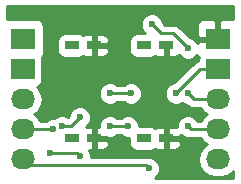
<source format=gbr>
G04 #@! TF.FileFunction,Copper,L2,Bot,Signal*
%FSLAX46Y46*%
G04 Gerber Fmt 4.6, Leading zero omitted, Abs format (unit mm)*
G04 Created by KiCad (PCBNEW 4.0.1-stable) date 11/5/2016 5:28:01 PM*
%MOMM*%
G01*
G04 APERTURE LIST*
%ADD10C,0.100000*%
%ADD11R,1.200000X0.750000*%
%ADD12R,2.032000X1.727200*%
%ADD13O,2.032000X1.727200*%
%ADD14C,0.600000*%
%ADD15C,0.250000*%
%ADD16C,0.254000*%
G04 APERTURE END LIST*
D10*
D11*
X141544000Y-100838000D03*
X143444000Y-100838000D03*
X141544000Y-108712000D03*
X143444000Y-108712000D03*
X147640000Y-100838000D03*
X149540000Y-100838000D03*
X147640000Y-108712000D03*
X149540000Y-108712000D03*
D12*
X137414000Y-100330000D03*
X137414000Y-102870000D03*
D13*
X137414000Y-105410000D03*
X137414000Y-107950000D03*
X137414000Y-110490000D03*
D12*
X153924000Y-100330000D03*
X153924000Y-102870000D03*
D13*
X153924000Y-105410000D03*
X153924000Y-107950000D03*
X153924000Y-110490000D03*
D14*
X141544000Y-108712000D03*
X147640000Y-108712000D03*
X147640000Y-100838000D03*
X141544000Y-100838000D03*
X149098000Y-106172000D03*
X143002000Y-105664000D03*
X148844000Y-97790000D03*
X142748000Y-98044000D03*
X144780000Y-107696000D03*
X146304000Y-107696000D03*
X151384000Y-107696000D03*
X139700000Y-109982000D03*
X142240000Y-110236000D03*
X151384000Y-104902000D03*
X151384000Y-101092000D03*
X148336000Y-99060000D03*
X139954000Y-107950000D03*
X140716000Y-107696000D03*
X142240000Y-106934000D03*
X144780000Y-104902000D03*
X146558000Y-104902000D03*
X150368000Y-104902000D03*
X148082000Y-111252000D03*
D15*
X137414000Y-102870000D02*
X138176000Y-102870000D01*
X144780000Y-107696000D02*
X146304000Y-107696000D01*
X151384000Y-107696000D02*
X151638000Y-107950000D01*
X151638000Y-107950000D02*
X153924000Y-107950000D01*
X141986000Y-109982000D02*
X139700000Y-109982000D01*
X142240000Y-110236000D02*
X141986000Y-109982000D01*
X151892000Y-105410000D02*
X153924000Y-105410000D01*
X151384000Y-104902000D02*
X151892000Y-105410000D01*
X150114000Y-99822000D02*
X151384000Y-101092000D01*
X149098000Y-99822000D02*
X150114000Y-99822000D01*
X148336000Y-99060000D02*
X149098000Y-99822000D01*
X139954000Y-107950000D02*
X137414000Y-107950000D01*
X141478000Y-107696000D02*
X140716000Y-107696000D01*
X142240000Y-106934000D02*
X141478000Y-107696000D01*
X146558000Y-104902000D02*
X144780000Y-104902000D01*
X137668000Y-107950000D02*
X137414000Y-107950000D01*
X150368000Y-104902000D02*
X152400000Y-102870000D01*
X152400000Y-102870000D02*
X153924000Y-102870000D01*
X147828000Y-110998000D02*
X137922000Y-110998000D01*
X148082000Y-111252000D02*
X147828000Y-110998000D01*
X137922000Y-110998000D02*
X137414000Y-110490000D01*
D16*
G36*
X155246000Y-98609746D02*
X155167909Y-98577400D01*
X154209750Y-98577400D01*
X154051000Y-98736150D01*
X154051000Y-100203000D01*
X154071000Y-100203000D01*
X154071000Y-100457000D01*
X154051000Y-100457000D01*
X154051000Y-100477000D01*
X153797000Y-100477000D01*
X153797000Y-100457000D01*
X152330150Y-100457000D01*
X152190852Y-100596298D01*
X152177117Y-100563057D01*
X151914327Y-100299808D01*
X151570799Y-100157162D01*
X151523923Y-100157121D01*
X150651401Y-99284599D01*
X150404839Y-99119852D01*
X150235108Y-99086090D01*
X152171400Y-99086090D01*
X152171400Y-100044250D01*
X152330150Y-100203000D01*
X153797000Y-100203000D01*
X153797000Y-98736150D01*
X153638250Y-98577400D01*
X152680091Y-98577400D01*
X152446702Y-98674073D01*
X152268073Y-98852701D01*
X152171400Y-99086090D01*
X150235108Y-99086090D01*
X150114000Y-99062000D01*
X149412802Y-99062000D01*
X149271122Y-98920320D01*
X149271162Y-98874833D01*
X149129117Y-98531057D01*
X148866327Y-98267808D01*
X148522799Y-98125162D01*
X148150833Y-98124838D01*
X147807057Y-98266883D01*
X147543808Y-98529673D01*
X147401162Y-98873201D01*
X147400838Y-99245167D01*
X147542883Y-99588943D01*
X147769105Y-99815560D01*
X147040000Y-99815560D01*
X146804683Y-99859838D01*
X146588559Y-99998910D01*
X146443569Y-100211110D01*
X146392560Y-100463000D01*
X146392560Y-101213000D01*
X146436838Y-101448317D01*
X146575910Y-101664441D01*
X146788110Y-101809431D01*
X147040000Y-101860440D01*
X148240000Y-101860440D01*
X148475317Y-101816162D01*
X148578646Y-101749671D01*
X148580302Y-101751327D01*
X148813691Y-101848000D01*
X149254250Y-101848000D01*
X149413000Y-101689250D01*
X149413000Y-100965000D01*
X149393000Y-100965000D01*
X149393000Y-100711000D01*
X149413000Y-100711000D01*
X149413000Y-100691000D01*
X149667000Y-100691000D01*
X149667000Y-100711000D01*
X149687000Y-100711000D01*
X149687000Y-100965000D01*
X149667000Y-100965000D01*
X149667000Y-101689250D01*
X149825750Y-101848000D01*
X150266309Y-101848000D01*
X150499698Y-101751327D01*
X150610466Y-101640560D01*
X150853673Y-101884192D01*
X151197201Y-102026838D01*
X151569167Y-102027162D01*
X151912943Y-101885117D01*
X152176192Y-101622327D01*
X152183833Y-101603926D01*
X152268073Y-101807299D01*
X152295354Y-101834580D01*
X152260560Y-102006400D01*
X152260560Y-102137737D01*
X152109161Y-102167852D01*
X151862599Y-102332599D01*
X150228320Y-103966878D01*
X150182833Y-103966838D01*
X149839057Y-104108883D01*
X149575808Y-104371673D01*
X149433162Y-104715201D01*
X149432838Y-105087167D01*
X149574883Y-105430943D01*
X149837673Y-105694192D01*
X150181201Y-105836838D01*
X150553167Y-105837162D01*
X150876371Y-105703617D01*
X151197201Y-105836838D01*
X151244077Y-105836879D01*
X151354599Y-105947401D01*
X151601161Y-106112148D01*
X151892000Y-106170000D01*
X152479352Y-106170000D01*
X152679585Y-106469670D01*
X152994366Y-106680000D01*
X152679585Y-106890330D01*
X152479352Y-107190000D01*
X152186597Y-107190000D01*
X152177117Y-107167057D01*
X151914327Y-106903808D01*
X151570799Y-106761162D01*
X151198833Y-106760838D01*
X150855057Y-106902883D01*
X150591808Y-107165673D01*
X150449162Y-107509201D01*
X150448928Y-107777643D01*
X150266309Y-107702000D01*
X149825750Y-107702000D01*
X149667000Y-107860750D01*
X149667000Y-108585000D01*
X150616250Y-108585000D01*
X150775000Y-108426250D01*
X150775000Y-108409382D01*
X150853673Y-108488192D01*
X151197201Y-108630838D01*
X151315421Y-108630941D01*
X151347160Y-108652148D01*
X151638000Y-108710000D01*
X152479352Y-108710000D01*
X152679585Y-109009670D01*
X152994366Y-109220000D01*
X152679585Y-109430330D01*
X152354729Y-109916511D01*
X152240655Y-110490000D01*
X152354729Y-111063489D01*
X152679585Y-111549670D01*
X153165766Y-111874526D01*
X153739255Y-111988600D01*
X154108745Y-111988600D01*
X154682234Y-111874526D01*
X155168415Y-111549670D01*
X155246000Y-111433556D01*
X155246000Y-112066000D01*
X148560402Y-112066000D01*
X148610943Y-112045117D01*
X148874192Y-111782327D01*
X149016838Y-111438799D01*
X149017162Y-111066833D01*
X148875117Y-110723057D01*
X148612327Y-110459808D01*
X148268799Y-110317162D01*
X148150578Y-110317059D01*
X148118839Y-110295852D01*
X147828000Y-110238000D01*
X143174999Y-110238000D01*
X143175162Y-110050833D01*
X143039291Y-109722000D01*
X143158250Y-109722000D01*
X143317000Y-109563250D01*
X143317000Y-108839000D01*
X143571000Y-108839000D01*
X143571000Y-109563250D01*
X143729750Y-109722000D01*
X144170309Y-109722000D01*
X144403698Y-109625327D01*
X144582327Y-109446699D01*
X144679000Y-109213310D01*
X144679000Y-108997750D01*
X144520250Y-108839000D01*
X143571000Y-108839000D01*
X143317000Y-108839000D01*
X143297000Y-108839000D01*
X143297000Y-108585000D01*
X143317000Y-108585000D01*
X143317000Y-107860750D01*
X143571000Y-107860750D01*
X143571000Y-108585000D01*
X144482811Y-108585000D01*
X144593201Y-108630838D01*
X144965167Y-108631162D01*
X145308943Y-108489117D01*
X145342118Y-108456000D01*
X145741537Y-108456000D01*
X145773673Y-108488192D01*
X146117201Y-108630838D01*
X146392560Y-108631078D01*
X146392560Y-109087000D01*
X146436838Y-109322317D01*
X146575910Y-109538441D01*
X146788110Y-109683431D01*
X147040000Y-109734440D01*
X148240000Y-109734440D01*
X148475317Y-109690162D01*
X148578646Y-109623671D01*
X148580302Y-109625327D01*
X148813691Y-109722000D01*
X149254250Y-109722000D01*
X149413000Y-109563250D01*
X149413000Y-108839000D01*
X149667000Y-108839000D01*
X149667000Y-109563250D01*
X149825750Y-109722000D01*
X150266309Y-109722000D01*
X150499698Y-109625327D01*
X150678327Y-109446699D01*
X150775000Y-109213310D01*
X150775000Y-108997750D01*
X150616250Y-108839000D01*
X149667000Y-108839000D01*
X149413000Y-108839000D01*
X149393000Y-108839000D01*
X149393000Y-108585000D01*
X149413000Y-108585000D01*
X149413000Y-107860750D01*
X149254250Y-107702000D01*
X148813691Y-107702000D01*
X148580302Y-107798673D01*
X148578932Y-107800043D01*
X148491890Y-107740569D01*
X148240000Y-107689560D01*
X147239006Y-107689560D01*
X147239162Y-107510833D01*
X147097117Y-107167057D01*
X146834327Y-106903808D01*
X146490799Y-106761162D01*
X146118833Y-106760838D01*
X145775057Y-106902883D01*
X145741882Y-106936000D01*
X145342463Y-106936000D01*
X145310327Y-106903808D01*
X144966799Y-106761162D01*
X144594833Y-106760838D01*
X144251057Y-106902883D01*
X143987808Y-107165673D01*
X143845162Y-107509201D01*
X143844994Y-107702000D01*
X143729750Y-107702000D01*
X143571000Y-107860750D01*
X143317000Y-107860750D01*
X143158250Y-107702000D01*
X142794104Y-107702000D01*
X143032192Y-107464327D01*
X143174838Y-107120799D01*
X143175162Y-106748833D01*
X143033117Y-106405057D01*
X142770327Y-106141808D01*
X142426799Y-105999162D01*
X142054833Y-105998838D01*
X141711057Y-106140883D01*
X141447808Y-106403673D01*
X141305162Y-106747201D01*
X141305121Y-106794077D01*
X141210335Y-106888863D01*
X140902799Y-106761162D01*
X140530833Y-106760838D01*
X140187057Y-106902883D01*
X140074640Y-107015104D01*
X139768833Y-107014838D01*
X139425057Y-107156883D01*
X139391882Y-107190000D01*
X138858648Y-107190000D01*
X138658415Y-106890330D01*
X138343634Y-106680000D01*
X138658415Y-106469670D01*
X138983271Y-105983489D01*
X139097345Y-105410000D01*
X139033130Y-105087167D01*
X143844838Y-105087167D01*
X143986883Y-105430943D01*
X144249673Y-105694192D01*
X144593201Y-105836838D01*
X144965167Y-105837162D01*
X145308943Y-105695117D01*
X145342118Y-105662000D01*
X145995537Y-105662000D01*
X146027673Y-105694192D01*
X146371201Y-105836838D01*
X146743167Y-105837162D01*
X147086943Y-105695117D01*
X147350192Y-105432327D01*
X147492838Y-105088799D01*
X147493162Y-104716833D01*
X147351117Y-104373057D01*
X147088327Y-104109808D01*
X146744799Y-103967162D01*
X146372833Y-103966838D01*
X146029057Y-104108883D01*
X145995882Y-104142000D01*
X145342463Y-104142000D01*
X145310327Y-104109808D01*
X144966799Y-103967162D01*
X144594833Y-103966838D01*
X144251057Y-104108883D01*
X143987808Y-104371673D01*
X143845162Y-104715201D01*
X143844838Y-105087167D01*
X139033130Y-105087167D01*
X138983271Y-104836511D01*
X138658415Y-104350330D01*
X138644087Y-104340757D01*
X138665317Y-104336762D01*
X138881441Y-104197690D01*
X139026431Y-103985490D01*
X139077440Y-103733600D01*
X139077440Y-102006400D01*
X139043084Y-101823814D01*
X139128031Y-101699490D01*
X139179040Y-101447600D01*
X139179040Y-100463000D01*
X140296560Y-100463000D01*
X140296560Y-101213000D01*
X140340838Y-101448317D01*
X140479910Y-101664441D01*
X140692110Y-101809431D01*
X140944000Y-101860440D01*
X142144000Y-101860440D01*
X142379317Y-101816162D01*
X142482646Y-101749671D01*
X142484302Y-101751327D01*
X142717691Y-101848000D01*
X143158250Y-101848000D01*
X143317000Y-101689250D01*
X143317000Y-100965000D01*
X143571000Y-100965000D01*
X143571000Y-101689250D01*
X143729750Y-101848000D01*
X144170309Y-101848000D01*
X144403698Y-101751327D01*
X144582327Y-101572699D01*
X144679000Y-101339310D01*
X144679000Y-101123750D01*
X144520250Y-100965000D01*
X143571000Y-100965000D01*
X143317000Y-100965000D01*
X143297000Y-100965000D01*
X143297000Y-100711000D01*
X143317000Y-100711000D01*
X143317000Y-99986750D01*
X143571000Y-99986750D01*
X143571000Y-100711000D01*
X144520250Y-100711000D01*
X144679000Y-100552250D01*
X144679000Y-100336690D01*
X144582327Y-100103301D01*
X144403698Y-99924673D01*
X144170309Y-99828000D01*
X143729750Y-99828000D01*
X143571000Y-99986750D01*
X143317000Y-99986750D01*
X143158250Y-99828000D01*
X142717691Y-99828000D01*
X142484302Y-99924673D01*
X142482932Y-99926043D01*
X142395890Y-99866569D01*
X142144000Y-99815560D01*
X140944000Y-99815560D01*
X140708683Y-99859838D01*
X140492559Y-99998910D01*
X140347569Y-100211110D01*
X140296560Y-100463000D01*
X139179040Y-100463000D01*
X139179040Y-99212400D01*
X139134762Y-98977083D01*
X138995690Y-98760959D01*
X138783490Y-98615969D01*
X138531600Y-98564960D01*
X136296400Y-98564960D01*
X136092000Y-98603421D01*
X136092000Y-97484000D01*
X155246000Y-97484000D01*
X155246000Y-98609746D01*
X155246000Y-98609746D01*
G37*
X155246000Y-98609746D02*
X155167909Y-98577400D01*
X154209750Y-98577400D01*
X154051000Y-98736150D01*
X154051000Y-100203000D01*
X154071000Y-100203000D01*
X154071000Y-100457000D01*
X154051000Y-100457000D01*
X154051000Y-100477000D01*
X153797000Y-100477000D01*
X153797000Y-100457000D01*
X152330150Y-100457000D01*
X152190852Y-100596298D01*
X152177117Y-100563057D01*
X151914327Y-100299808D01*
X151570799Y-100157162D01*
X151523923Y-100157121D01*
X150651401Y-99284599D01*
X150404839Y-99119852D01*
X150235108Y-99086090D01*
X152171400Y-99086090D01*
X152171400Y-100044250D01*
X152330150Y-100203000D01*
X153797000Y-100203000D01*
X153797000Y-98736150D01*
X153638250Y-98577400D01*
X152680091Y-98577400D01*
X152446702Y-98674073D01*
X152268073Y-98852701D01*
X152171400Y-99086090D01*
X150235108Y-99086090D01*
X150114000Y-99062000D01*
X149412802Y-99062000D01*
X149271122Y-98920320D01*
X149271162Y-98874833D01*
X149129117Y-98531057D01*
X148866327Y-98267808D01*
X148522799Y-98125162D01*
X148150833Y-98124838D01*
X147807057Y-98266883D01*
X147543808Y-98529673D01*
X147401162Y-98873201D01*
X147400838Y-99245167D01*
X147542883Y-99588943D01*
X147769105Y-99815560D01*
X147040000Y-99815560D01*
X146804683Y-99859838D01*
X146588559Y-99998910D01*
X146443569Y-100211110D01*
X146392560Y-100463000D01*
X146392560Y-101213000D01*
X146436838Y-101448317D01*
X146575910Y-101664441D01*
X146788110Y-101809431D01*
X147040000Y-101860440D01*
X148240000Y-101860440D01*
X148475317Y-101816162D01*
X148578646Y-101749671D01*
X148580302Y-101751327D01*
X148813691Y-101848000D01*
X149254250Y-101848000D01*
X149413000Y-101689250D01*
X149413000Y-100965000D01*
X149393000Y-100965000D01*
X149393000Y-100711000D01*
X149413000Y-100711000D01*
X149413000Y-100691000D01*
X149667000Y-100691000D01*
X149667000Y-100711000D01*
X149687000Y-100711000D01*
X149687000Y-100965000D01*
X149667000Y-100965000D01*
X149667000Y-101689250D01*
X149825750Y-101848000D01*
X150266309Y-101848000D01*
X150499698Y-101751327D01*
X150610466Y-101640560D01*
X150853673Y-101884192D01*
X151197201Y-102026838D01*
X151569167Y-102027162D01*
X151912943Y-101885117D01*
X152176192Y-101622327D01*
X152183833Y-101603926D01*
X152268073Y-101807299D01*
X152295354Y-101834580D01*
X152260560Y-102006400D01*
X152260560Y-102137737D01*
X152109161Y-102167852D01*
X151862599Y-102332599D01*
X150228320Y-103966878D01*
X150182833Y-103966838D01*
X149839057Y-104108883D01*
X149575808Y-104371673D01*
X149433162Y-104715201D01*
X149432838Y-105087167D01*
X149574883Y-105430943D01*
X149837673Y-105694192D01*
X150181201Y-105836838D01*
X150553167Y-105837162D01*
X150876371Y-105703617D01*
X151197201Y-105836838D01*
X151244077Y-105836879D01*
X151354599Y-105947401D01*
X151601161Y-106112148D01*
X151892000Y-106170000D01*
X152479352Y-106170000D01*
X152679585Y-106469670D01*
X152994366Y-106680000D01*
X152679585Y-106890330D01*
X152479352Y-107190000D01*
X152186597Y-107190000D01*
X152177117Y-107167057D01*
X151914327Y-106903808D01*
X151570799Y-106761162D01*
X151198833Y-106760838D01*
X150855057Y-106902883D01*
X150591808Y-107165673D01*
X150449162Y-107509201D01*
X150448928Y-107777643D01*
X150266309Y-107702000D01*
X149825750Y-107702000D01*
X149667000Y-107860750D01*
X149667000Y-108585000D01*
X150616250Y-108585000D01*
X150775000Y-108426250D01*
X150775000Y-108409382D01*
X150853673Y-108488192D01*
X151197201Y-108630838D01*
X151315421Y-108630941D01*
X151347160Y-108652148D01*
X151638000Y-108710000D01*
X152479352Y-108710000D01*
X152679585Y-109009670D01*
X152994366Y-109220000D01*
X152679585Y-109430330D01*
X152354729Y-109916511D01*
X152240655Y-110490000D01*
X152354729Y-111063489D01*
X152679585Y-111549670D01*
X153165766Y-111874526D01*
X153739255Y-111988600D01*
X154108745Y-111988600D01*
X154682234Y-111874526D01*
X155168415Y-111549670D01*
X155246000Y-111433556D01*
X155246000Y-112066000D01*
X148560402Y-112066000D01*
X148610943Y-112045117D01*
X148874192Y-111782327D01*
X149016838Y-111438799D01*
X149017162Y-111066833D01*
X148875117Y-110723057D01*
X148612327Y-110459808D01*
X148268799Y-110317162D01*
X148150578Y-110317059D01*
X148118839Y-110295852D01*
X147828000Y-110238000D01*
X143174999Y-110238000D01*
X143175162Y-110050833D01*
X143039291Y-109722000D01*
X143158250Y-109722000D01*
X143317000Y-109563250D01*
X143317000Y-108839000D01*
X143571000Y-108839000D01*
X143571000Y-109563250D01*
X143729750Y-109722000D01*
X144170309Y-109722000D01*
X144403698Y-109625327D01*
X144582327Y-109446699D01*
X144679000Y-109213310D01*
X144679000Y-108997750D01*
X144520250Y-108839000D01*
X143571000Y-108839000D01*
X143317000Y-108839000D01*
X143297000Y-108839000D01*
X143297000Y-108585000D01*
X143317000Y-108585000D01*
X143317000Y-107860750D01*
X143571000Y-107860750D01*
X143571000Y-108585000D01*
X144482811Y-108585000D01*
X144593201Y-108630838D01*
X144965167Y-108631162D01*
X145308943Y-108489117D01*
X145342118Y-108456000D01*
X145741537Y-108456000D01*
X145773673Y-108488192D01*
X146117201Y-108630838D01*
X146392560Y-108631078D01*
X146392560Y-109087000D01*
X146436838Y-109322317D01*
X146575910Y-109538441D01*
X146788110Y-109683431D01*
X147040000Y-109734440D01*
X148240000Y-109734440D01*
X148475317Y-109690162D01*
X148578646Y-109623671D01*
X148580302Y-109625327D01*
X148813691Y-109722000D01*
X149254250Y-109722000D01*
X149413000Y-109563250D01*
X149413000Y-108839000D01*
X149667000Y-108839000D01*
X149667000Y-109563250D01*
X149825750Y-109722000D01*
X150266309Y-109722000D01*
X150499698Y-109625327D01*
X150678327Y-109446699D01*
X150775000Y-109213310D01*
X150775000Y-108997750D01*
X150616250Y-108839000D01*
X149667000Y-108839000D01*
X149413000Y-108839000D01*
X149393000Y-108839000D01*
X149393000Y-108585000D01*
X149413000Y-108585000D01*
X149413000Y-107860750D01*
X149254250Y-107702000D01*
X148813691Y-107702000D01*
X148580302Y-107798673D01*
X148578932Y-107800043D01*
X148491890Y-107740569D01*
X148240000Y-107689560D01*
X147239006Y-107689560D01*
X147239162Y-107510833D01*
X147097117Y-107167057D01*
X146834327Y-106903808D01*
X146490799Y-106761162D01*
X146118833Y-106760838D01*
X145775057Y-106902883D01*
X145741882Y-106936000D01*
X145342463Y-106936000D01*
X145310327Y-106903808D01*
X144966799Y-106761162D01*
X144594833Y-106760838D01*
X144251057Y-106902883D01*
X143987808Y-107165673D01*
X143845162Y-107509201D01*
X143844994Y-107702000D01*
X143729750Y-107702000D01*
X143571000Y-107860750D01*
X143317000Y-107860750D01*
X143158250Y-107702000D01*
X142794104Y-107702000D01*
X143032192Y-107464327D01*
X143174838Y-107120799D01*
X143175162Y-106748833D01*
X143033117Y-106405057D01*
X142770327Y-106141808D01*
X142426799Y-105999162D01*
X142054833Y-105998838D01*
X141711057Y-106140883D01*
X141447808Y-106403673D01*
X141305162Y-106747201D01*
X141305121Y-106794077D01*
X141210335Y-106888863D01*
X140902799Y-106761162D01*
X140530833Y-106760838D01*
X140187057Y-106902883D01*
X140074640Y-107015104D01*
X139768833Y-107014838D01*
X139425057Y-107156883D01*
X139391882Y-107190000D01*
X138858648Y-107190000D01*
X138658415Y-106890330D01*
X138343634Y-106680000D01*
X138658415Y-106469670D01*
X138983271Y-105983489D01*
X139097345Y-105410000D01*
X139033130Y-105087167D01*
X143844838Y-105087167D01*
X143986883Y-105430943D01*
X144249673Y-105694192D01*
X144593201Y-105836838D01*
X144965167Y-105837162D01*
X145308943Y-105695117D01*
X145342118Y-105662000D01*
X145995537Y-105662000D01*
X146027673Y-105694192D01*
X146371201Y-105836838D01*
X146743167Y-105837162D01*
X147086943Y-105695117D01*
X147350192Y-105432327D01*
X147492838Y-105088799D01*
X147493162Y-104716833D01*
X147351117Y-104373057D01*
X147088327Y-104109808D01*
X146744799Y-103967162D01*
X146372833Y-103966838D01*
X146029057Y-104108883D01*
X145995882Y-104142000D01*
X145342463Y-104142000D01*
X145310327Y-104109808D01*
X144966799Y-103967162D01*
X144594833Y-103966838D01*
X144251057Y-104108883D01*
X143987808Y-104371673D01*
X143845162Y-104715201D01*
X143844838Y-105087167D01*
X139033130Y-105087167D01*
X138983271Y-104836511D01*
X138658415Y-104350330D01*
X138644087Y-104340757D01*
X138665317Y-104336762D01*
X138881441Y-104197690D01*
X139026431Y-103985490D01*
X139077440Y-103733600D01*
X139077440Y-102006400D01*
X139043084Y-101823814D01*
X139128031Y-101699490D01*
X139179040Y-101447600D01*
X139179040Y-100463000D01*
X140296560Y-100463000D01*
X140296560Y-101213000D01*
X140340838Y-101448317D01*
X140479910Y-101664441D01*
X140692110Y-101809431D01*
X140944000Y-101860440D01*
X142144000Y-101860440D01*
X142379317Y-101816162D01*
X142482646Y-101749671D01*
X142484302Y-101751327D01*
X142717691Y-101848000D01*
X143158250Y-101848000D01*
X143317000Y-101689250D01*
X143317000Y-100965000D01*
X143571000Y-100965000D01*
X143571000Y-101689250D01*
X143729750Y-101848000D01*
X144170309Y-101848000D01*
X144403698Y-101751327D01*
X144582327Y-101572699D01*
X144679000Y-101339310D01*
X144679000Y-101123750D01*
X144520250Y-100965000D01*
X143571000Y-100965000D01*
X143317000Y-100965000D01*
X143297000Y-100965000D01*
X143297000Y-100711000D01*
X143317000Y-100711000D01*
X143317000Y-99986750D01*
X143571000Y-99986750D01*
X143571000Y-100711000D01*
X144520250Y-100711000D01*
X144679000Y-100552250D01*
X144679000Y-100336690D01*
X144582327Y-100103301D01*
X144403698Y-99924673D01*
X144170309Y-99828000D01*
X143729750Y-99828000D01*
X143571000Y-99986750D01*
X143317000Y-99986750D01*
X143158250Y-99828000D01*
X142717691Y-99828000D01*
X142484302Y-99924673D01*
X142482932Y-99926043D01*
X142395890Y-99866569D01*
X142144000Y-99815560D01*
X140944000Y-99815560D01*
X140708683Y-99859838D01*
X140492559Y-99998910D01*
X140347569Y-100211110D01*
X140296560Y-100463000D01*
X139179040Y-100463000D01*
X139179040Y-99212400D01*
X139134762Y-98977083D01*
X138995690Y-98760959D01*
X138783490Y-98615969D01*
X138531600Y-98564960D01*
X136296400Y-98564960D01*
X136092000Y-98603421D01*
X136092000Y-97484000D01*
X155246000Y-97484000D01*
X155246000Y-98609746D01*
M02*

</source>
